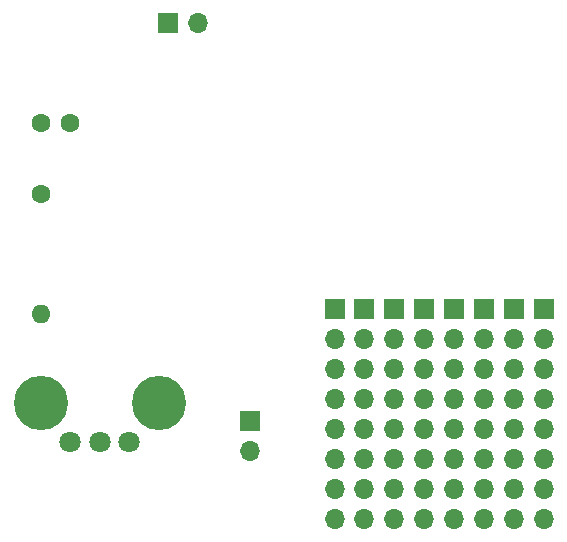
<source format=gbr>
%TF.GenerationSoftware,KiCad,Pcbnew,(5.1.9)-1*%
%TF.CreationDate,2021-08-17T19:58:34-04:00*%
%TF.ProjectId,555-Timer-Soldering-Demo,3535352d-5469-46d6-9572-2d536f6c6465,rev?*%
%TF.SameCoordinates,Original*%
%TF.FileFunction,Soldermask,Bot*%
%TF.FilePolarity,Negative*%
%FSLAX46Y46*%
G04 Gerber Fmt 4.6, Leading zero omitted, Abs format (unit mm)*
G04 Created by KiCad (PCBNEW (5.1.9)-1) date 2021-08-17 19:58:34*
%MOMM*%
%LPD*%
G01*
G04 APERTURE LIST*
%ADD10R,1.700000X1.700000*%
%ADD11O,1.700000X1.700000*%
%ADD12O,1.600000X1.600000*%
%ADD13C,1.600000*%
%ADD14C,4.600000*%
%ADD15C,1.800000*%
G04 APERTURE END LIST*
D10*
%TO.C,JX1*%
X129900000Y-79750000D03*
D11*
X129900000Y-82290000D03*
X129900000Y-84830000D03*
X129900000Y-87370000D03*
X129900000Y-89910000D03*
X129900000Y-92450000D03*
X129900000Y-94990000D03*
X129900000Y-97530000D03*
%TD*%
D10*
%TO.C,JX3*%
X134910000Y-79750000D03*
D11*
X134910000Y-82290000D03*
X134910000Y-84830000D03*
X134910000Y-87370000D03*
X134910000Y-89910000D03*
X134910000Y-92450000D03*
X134910000Y-94990000D03*
X134910000Y-97530000D03*
%TD*%
D10*
%TO.C,JX2*%
X132370000Y-79750000D03*
D11*
X132370000Y-82290000D03*
X132370000Y-84830000D03*
X132370000Y-87370000D03*
X132370000Y-89910000D03*
X132370000Y-92450000D03*
X132370000Y-94990000D03*
X132370000Y-97530000D03*
%TD*%
D10*
%TO.C,JX8*%
X147610000Y-79750000D03*
D11*
X147610000Y-82290000D03*
X147610000Y-84830000D03*
X147610000Y-87370000D03*
X147610000Y-89910000D03*
X147610000Y-92450000D03*
X147610000Y-94990000D03*
X147610000Y-97530000D03*
%TD*%
D10*
%TO.C,JX7*%
X145070000Y-79750000D03*
D11*
X145070000Y-82290000D03*
X145070000Y-84830000D03*
X145070000Y-87370000D03*
X145070000Y-89910000D03*
X145070000Y-92450000D03*
X145070000Y-94990000D03*
X145070000Y-97530000D03*
%TD*%
D10*
%TO.C,JX6*%
X142530000Y-79750000D03*
D11*
X142530000Y-82290000D03*
X142530000Y-84830000D03*
X142530000Y-87370000D03*
X142530000Y-89910000D03*
X142530000Y-92450000D03*
X142530000Y-94990000D03*
X142530000Y-97530000D03*
%TD*%
D10*
%TO.C,JX5*%
X139990000Y-79750000D03*
D11*
X139990000Y-82290000D03*
X139990000Y-84830000D03*
X139990000Y-87370000D03*
X139990000Y-89910000D03*
X139990000Y-92450000D03*
X139990000Y-94990000D03*
X139990000Y-97530000D03*
%TD*%
D10*
%TO.C,JX4*%
X137450000Y-79750000D03*
D11*
X137450000Y-82290000D03*
X137450000Y-84830000D03*
X137450000Y-87370000D03*
X137450000Y-89910000D03*
X137450000Y-92450000D03*
X137450000Y-94990000D03*
X137450000Y-97530000D03*
%TD*%
%TO.C,J2*%
X122750000Y-91790000D03*
D10*
X122750000Y-89250000D03*
%TD*%
D11*
%TO.C,J1*%
X118290000Y-55500000D03*
D10*
X115750000Y-55500000D03*
%TD*%
D12*
%TO.C,R1*%
X105000000Y-80160000D03*
D13*
X105000000Y-70000000D03*
%TD*%
D14*
%TO.C,RV1*%
X105000000Y-87700000D03*
X115000000Y-87700000D03*
D15*
X107500000Y-91000000D03*
X110000000Y-91000000D03*
X112500000Y-91000000D03*
%TD*%
D13*
%TO.C,C1*%
X105000000Y-64000000D03*
X107500000Y-64000000D03*
%TD*%
M02*

</source>
